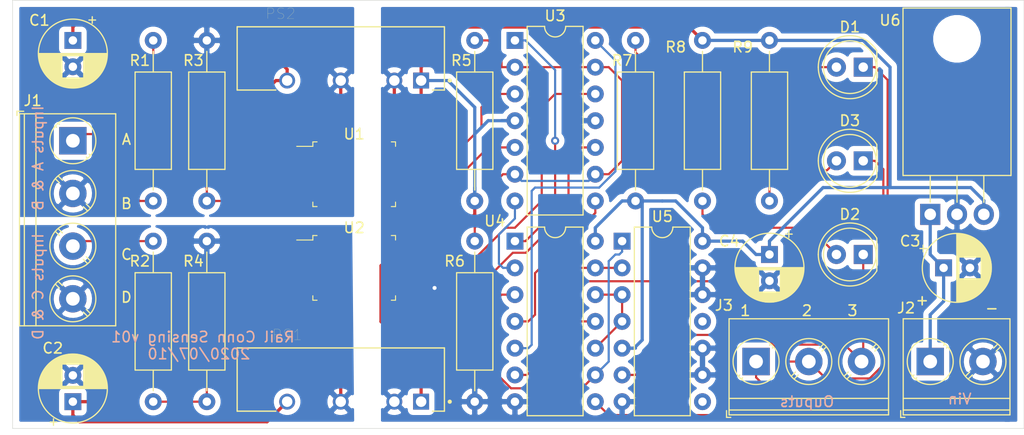
<source format=kicad_pcb>
(kicad_pcb (version 20171130) (host pcbnew "(5.1.5)-3")
  (title_block (title "Rail Connection Sensing") (date 2020-07-06) (comment 4 "Author: Riley Zito"))
  (layers (0 F.Cu signal) (31 B.Cu signal) (34 B.Paste user) (35 F.Paste user) (36 B.SilkS user) (37 F.SilkS user) (38 B.Mask user) (39 F.Mask user) (44 Edge.Cuts user))
  (net 0 "")
  (net 1 "Net-(C1-Pad1)")
  (net 2 "Net-(C1-Pad2)")
  (net 3 "Net-(C2-Pad1)")
  (net 4 "Net-(C2-Pad2)")
  (net 5 GND)
  (net 6 "Net-(C3-Pad1)")
  (net 7 +5V)
  (net 8 "Net-(D1-Pad1)")
  (net 9 "Net-(D1-Pad2)")
  (net 10 "Net-(D2-Pad1)")
  (net 11 "Net-(D2-Pad2)")
  (net 12 "Net-(D3-Pad2)")
  (net 13 "Net-(D3-Pad1)")
  (net 14 "Net-(J1-Pad1)")
  (net 15 "Net-(J1-Pad3)")
  (net 16 "Net-(R1-Pad1)")
  (net 17 "Net-(R2-Pad1)")
  (net 18 "Net-(R5-Pad2)")
  (net 19 "Net-(U1-Pad6)")
  (net 20 "Net-(U1-Pad7)")
  (net 21 "Net-(U2-Pad7)")
  (net 22 "Net-(U2-Pad6)")
  (net 23 "Net-(U3-Pad1)")
  (net 24 "Net-(U3-Pad8)")
  (net 25 "Net-(U3-Pad7)")
  (net 26 "Net-(U3-Pad14)")
  (net 27 "Net-(U4-Pad3)")
  (net 28 "Net-(U4-Pad10)")
  (net 29 "Net-(U4-Pad13)")
  (net 30 "Net-(U5-Pad11)")
  (net 31 "Net-(U5-Pad8)")
  (module Resistor_THT:R_Axial_DIN0309_L9.0mm_D3.2mm_P15.24mm_Horizontal (layer F.Cu) (at 66.04 55.88 90)
    (fp_text reference R5 (at 13.335 -1.27 180) (layer F.SilkS))
    (fp_text value 600)
    (pad 2 thru_hole oval (at 15.24 0 90) (size 1.6 1.6) (drill 0.8) (layers *.Cu *.Mask) (net 18 "Net-(R5-Pad2)"))
    (pad 1 thru_hole circle (at 0 0 90) (size 1.6 1.6) (drill 0.8) (layers *.Cu *.Mask) (net 7 +5V))
  )
  (module LED_THT:LED_D5.0mm (layer F.Cu) (at 102.87 43.18 180)
    (fp_text reference D1 (at 1.27 3.81) (layer F.SilkS))
    (fp_text value GREEN)
    (pad 1 thru_hole rect (at 0 0 180) (size 1.8 1.8) (drill 0.9) (layers *.Cu *.Mask) (net 8 "Net-(D1-Pad1)"))
    (pad 2 thru_hole circle (at 2.54 0 180) (size 1.8 1.8) (drill 0.9) (layers *.Cu *.Mask) (net 9 "Net-(D1-Pad2)"))
  )
  (module LED_THT:LED_D5.0mm (layer F.Cu) (at 102.87 60.96 180)
    (fp_text reference D2 (at 1.27 3.81) (layer F.SilkS))
    (fp_text value GREEN)
    (pad 1 thru_hole rect (at 0 0 180) (size 1.8 1.8) (drill 0.9) (layers *.Cu *.Mask) (net 10 "Net-(D2-Pad1)"))
    (pad 2 thru_hole circle (at 2.54 0 180) (size 1.8 1.8) (drill 0.9) (layers *.Cu *.Mask) (net 11 "Net-(D2-Pad2)"))
  )
  (module LED_THT:LED_D5.0mm (layer F.Cu) (at 102.87 52.07 180)
    (fp_text reference D3 (at 1.27 3.81) (layer F.SilkS))
    (fp_text value GREEN)
    (pad 2 thru_hole circle (at 2.54 0 180) (size 1.8 1.8) (drill 0.9) (layers *.Cu *.Mask) (net 12 "Net-(D3-Pad2)"))
    (pad 1 thru_hole rect (at 0 0 180) (size 1.8 1.8) (drill 0.9) (layers *.Cu *.Mask) (net 13 "Net-(D3-Pad1)"))
  )
  (module TerminalBlock_Phoenix:TerminalBlock_Phoenix_PT-1,5-4-5.0-H_1x04_P5.00mm_Horizontal (layer F.Cu) (at 27.94 50.165 270)
    (fp_text reference J1 (at -3.81 3.81 180) (layer F.SilkS))
    (fp_text value "Rail Sensing Inputs")
    (pad 1 thru_hole rect (at 0 0 270) (size 2.6 2.6) (drill 1.3) (layers *.Cu *.Mask) (net 14 "Net-(J1-Pad1)"))
    (pad 2 thru_hole circle (at 5 0 270) (size 2.6 2.6) (drill 1.3) (layers *.Cu *.Mask) (net 2 "Net-(C1-Pad2)"))
    (pad 3 thru_hole circle (at 10 0 270) (size 2.6 2.6) (drill 1.3) (layers *.Cu *.Mask) (net 15 "Net-(J1-Pad3)"))
    (pad 4 thru_hole circle (at 15 0 270) (size 2.6 2.6) (drill 1.3) (layers *.Cu *.Mask) (net 4 "Net-(C2-Pad2)"))
  )
  (module TerminalBlock_Phoenix:TerminalBlock_Phoenix_PT-1,5-2-5.0-H_1x02_P5.00mm_Horizontal (layer F.Cu) (at 109.22 71.12)
    (fp_text reference J2 (at -2.286 -5.08) (layer F.SilkS))
    (fp_text value "Vin & GND")
    (pad 1 thru_hole rect (at 0 0) (size 2.6 2.6) (drill 1.3) (layers *.Cu *.Mask) (net 6 "Net-(C3-Pad1)"))
    (pad 2 thru_hole circle (at 5 0) (size 2.6 2.6) (drill 1.3) (layers *.Cu *.Mask) (net 5 GND))
  )
  (module TerminalBlock_Phoenix:TerminalBlock_Phoenix_PT-1,5-3-5.0-H_1x03_P5.00mm_Horizontal (layer F.Cu) (at 92.71 71.12)
    (fp_text reference J3 (at -3.048 -5.334) (layer F.SilkS))
    (fp_text value Outputs)
    (pad 1 thru_hole rect (at 0 0) (size 2.6 2.6) (drill 1.3) (layers *.Cu *.Mask) (net 8 "Net-(D1-Pad1)"))
    (pad 2 thru_hole circle (at 5 0) (size 2.6 2.6) (drill 1.3) (layers *.Cu *.Mask) (net 13 "Net-(D3-Pad1)"))
    (pad 3 thru_hole circle (at 10 0) (size 2.6 2.6) (drill 1.3) (layers *.Cu *.Mask) (net 10 "Net-(D2-Pad1)"))
  )
  (module Rail_Conn_Sensing-footprints:CONV_PQMCE1-S5-S5-S (layer F.Cu) (at 53.34 74.93 180)
    (fp_text reference PS1 (at 5.08 6.35) (layer F.SilkS) (effects (font (thickness 0.015))))
    (fp_text value PQMCE1-S5-S5-S)
    (pad 6 thru_hole circle (at 5.085 0 180) (size 1.508 1.508) (drill 1) (layers *.Cu *.Mask) (net 3 "Net-(C2-Pad1)"))
    (pad 4 thru_hole circle (at 0.005 0 180) (size 1.508 1.508) (drill 1) (layers *.Cu *.Mask) (net 4 "Net-(C2-Pad2)"))
    (pad 2 thru_hole circle (at -5.075 0 180) (size 1.508 1.508) (drill 1) (layers *.Cu *.Mask) (net 5 GND))
    (pad 1 thru_hole rect (at -7.615 0 180) (size 1.508 1.508) (drill 1) (layers *.Cu *.Mask) (net 7 +5V))
  )
  (module Rail_Conn_Sensing-footprints:CONV_PQMCE1-S5-S5-S (layer F.Cu) (at 53.34 44.45 180)
    (fp_text reference PS2 (at 5.715 6.35) (layer F.SilkS) (effects (font (thickness 0.015))))
    (fp_text value PQMCE1-S5-S5-S)
    (pad 1 thru_hole rect (at -7.615 0 180) (size 1.508 1.508) (drill 1) (layers *.Cu *.Mask) (net 7 +5V))
    (pad 2 thru_hole circle (at -5.075 0 180) (size 1.508 1.508) (drill 1) (layers *.Cu *.Mask) (net 5 GND))
    (pad 4 thru_hole circle (at 0.005 0 180) (size 1.508 1.508) (drill 1) (layers *.Cu *.Mask) (net 2 "Net-(C1-Pad2)"))
    (pad 6 thru_hole circle (at 5.085 0 180) (size 1.508 1.508) (drill 1) (layers *.Cu *.Mask) (net 1 "Net-(C1-Pad1)"))
  )
  (module Resistor_THT:R_Axial_DIN0309_L9.0mm_D3.2mm_P15.24mm_Horizontal (layer F.Cu) (at 35.56 40.64 270)
    (fp_text reference R1 (at 1.905 1.27 180) (layer F.SilkS))
    (fp_text value 1000)
    (pad 2 thru_hole oval (at 15.24 0 270) (size 1.6 1.6) (drill 0.8) (layers *.Cu *.Mask) (net 14 "Net-(J1-Pad1)"))
    (pad 1 thru_hole circle (at 0 0 270) (size 1.6 1.6) (drill 0.8) (layers *.Cu *.Mask) (net 16 "Net-(R1-Pad1)"))
  )
  (module Resistor_THT:R_Axial_DIN0309_L9.0mm_D3.2mm_P15.24mm_Horizontal (layer F.Cu) (at 35.56 74.93 90)
    (fp_text reference R2 (at 13.335 -1.27 180) (layer F.SilkS))
    (fp_text value 1000)
    (pad 2 thru_hole oval (at 15.24 0 90) (size 1.6 1.6) (drill 0.8) (layers *.Cu *.Mask) (net 15 "Net-(J1-Pad3)"))
    (pad 1 thru_hole circle (at 0 0 90) (size 1.6 1.6) (drill 0.8) (layers *.Cu *.Mask) (net 17 "Net-(R2-Pad1)"))
  )
  (module Resistor_THT:R_Axial_DIN0309_L9.0mm_D3.2mm_P15.24mm_Horizontal (layer F.Cu) (at 40.64 55.88 90)
    (fp_text reference R3 (at 13.335 -1.27 180) (layer F.SilkS))
    (fp_text value 100)
    (pad 1 thru_hole circle (at 0 0 90) (size 1.6 1.6) (drill 0.8) (layers *.Cu *.Mask) (net 16 "Net-(R1-Pad1)"))
    (pad 2 thru_hole oval (at 15.24 0 90) (size 1.6 1.6) (drill 0.8) (layers *.Cu *.Mask) (net 2 "Net-(C1-Pad2)"))
  )
  (module Resistor_THT:R_Axial_DIN0309_L9.0mm_D3.2mm_P15.24mm_Horizontal (layer F.Cu) (at 40.64 74.93 90)
    (fp_text reference R4 (at 13.335 -1.27 180) (layer F.SilkS))
    (fp_text value 100)
    (pad 1 thru_hole circle (at 0 0 90) (size 1.6 1.6) (drill 0.8) (layers *.Cu *.Mask) (net 17 "Net-(R2-Pad1)"))
    (pad 2 thru_hole oval (at 15.24 0 90) (size 1.6 1.6) (drill 0.8) (layers *.Cu *.Mask) (net 4 "Net-(C2-Pad2)"))
  )
  (module Resistor_THT:R_Axial_DIN0309_L9.0mm_D3.2mm_P15.24mm_Horizontal (layer F.Cu) (at 66.04 59.69 270)
    (fp_text reference R6 (at 1.905 1.905 180) (layer F.SilkS))
    (fp_text value 400)
    (pad 1 thru_hole circle (at 0 0 270) (size 1.6 1.6) (drill 0.8) (layers *.Cu *.Mask) (net 18 "Net-(R5-Pad2)"))
    (pad 2 thru_hole oval (at 15.24 0 270) (size 1.6 1.6) (drill 0.8) (layers *.Cu *.Mask) (net 5 GND))
  )
  (module Resistor_THT:R_Axial_DIN0309_L9.0mm_D3.2mm_P15.24mm_Horizontal (layer F.Cu) (at 81.28 40.64 270)
    (fp_text reference R7 (at 1.905 1.27 180) (layer F.SilkS))
    (fp_text value 100)
    (pad 1 thru_hole circle (at 0 0 270) (size 1.6 1.6) (drill 0.8) (layers *.Cu *.Mask) (net 9 "Net-(D1-Pad2)"))
    (pad 2 thru_hole oval (at 15.24 0 270) (size 1.6 1.6) (drill 0.8) (layers *.Cu *.Mask) (net 7 +5V))
  )
  (module Resistor_THT:R_Axial_DIN0309_L9.0mm_D3.2mm_P15.24mm_Horizontal (layer F.Cu) (at 87.63 55.88 90)
    (fp_text reference R8 (at 14.605 -2.54 180) (layer F.SilkS))
    (fp_text value 100)
    (pad 2 thru_hole oval (at 15.24 0 90) (size 1.6 1.6) (drill 0.8) (layers *.Cu *.Mask) (net 7 +5V))
    (pad 1 thru_hole circle (at 0 0 90) (size 1.6 1.6) (drill 0.8) (layers *.Cu *.Mask) (net 11 "Net-(D2-Pad2)"))
  )
  (module Resistor_THT:R_Axial_DIN0309_L9.0mm_D3.2mm_P15.24mm_Horizontal (layer F.Cu) (at 93.98 55.88 90)
    (fp_text reference R9 (at 14.605 -2.54 180) (layer F.SilkS))
    (fp_text value 100)
    (pad 1 thru_hole circle (at 0 0 90) (size 1.6 1.6) (drill 0.8) (layers *.Cu *.Mask) (net 12 "Net-(D3-Pad2)"))
    (pad 2 thru_hole oval (at 15.24 0 90) (size 1.6 1.6) (drill 0.8) (layers *.Cu *.Mask) (net 7 +5V))
  )
  (module Rail_Conn_Sensing-footprints:SOIC-8_W7.6mm (layer F.Cu) (at 54.61 53.34 270)
    (fp_text reference U1 (at -3.81 0 180) (layer F.SilkS))
    (fp_text value AMC1200)
    (pad 1 smd rect (at -1.905 5.45 270) (size 0.6 1.8) (layers F.Cu F.Paste F.Mask) (net 1 "Net-(C1-Pad1)"))
    (pad 2 smd rect (at -0.635 5.45 270) (size 0.6 1.8) (layers F.Cu F.Paste F.Mask) (net 16 "Net-(R1-Pad1)"))
    (pad 3 smd rect (at 0.635 5.45 270) (size 0.6 1.8) (layers F.Cu F.Paste F.Mask) (net 2 "Net-(C1-Pad2)"))
    (pad 4 smd rect (at 1.905 5.45 270) (size 0.6 1.8) (layers F.Cu F.Paste F.Mask) (net 2 "Net-(C1-Pad2)"))
    (pad 5 smd rect (at 1.905 -5.45 270) (size 0.6 1.8) (layers F.Cu F.Paste F.Mask) (net 5 GND))
    (pad 6 smd rect (at 0.635 -5.45 270) (size 0.6 1.8) (layers F.Cu F.Paste F.Mask) (net 19 "Net-(U1-Pad6)"))
    (pad 7 smd rect (at -0.635 -5.45 270) (size 0.6 1.8) (layers F.Cu F.Paste F.Mask) (net 20 "Net-(U1-Pad7)"))
    (pad 8 smd rect (at -1.905 -5.45 270) (size 0.6 1.8) (layers F.Cu F.Paste F.Mask) (net 7 +5V))
  )
  (module Rail_Conn_Sensing-footprints:SOIC-8_W7.6mm (layer F.Cu) (at 54.61 62.23 270)
    (fp_text reference U2 (at -3.81 0 180) (layer F.SilkS))
    (fp_text value AMC1200)
    (pad 8 smd rect (at -1.905 -5.45 270) (size 0.6 1.8) (layers F.Cu F.Paste F.Mask) (net 7 +5V))
    (pad 7 smd rect (at -0.635 -5.45 270) (size 0.6 1.8) (layers F.Cu F.Paste F.Mask) (net 21 "Net-(U2-Pad7)"))
    (pad 6 smd rect (at 0.635 -5.45 270) (size 0.6 1.8) (layers F.Cu F.Paste F.Mask) (net 22 "Net-(U2-Pad6)"))
    (pad 5 smd rect (at 1.905 -5.45 270) (size 0.6 1.8) (layers F.Cu F.Paste F.Mask) (net 5 GND))
    (pad 4 smd rect (at 1.905 5.45 270) (size 0.6 1.8) (layers F.Cu F.Paste F.Mask) (net 4 "Net-(C2-Pad2)"))
    (pad 3 smd rect (at 0.635 5.45 270) (size 0.6 1.8) (layers F.Cu F.Paste F.Mask) (net 4 "Net-(C2-Pad2)"))
    (pad 2 smd rect (at -0.635 5.45 270) (size 0.6 1.8) (layers F.Cu F.Paste F.Mask) (net 17 "Net-(R2-Pad1)"))
    (pad 1 smd rect (at -1.905 5.45 270) (size 0.6 1.8) (layers F.Cu F.Paste F.Mask) (net 3 "Net-(C2-Pad1)"))
  )
  (module Package_DIP:DIP-14_W7.62mm (layer F.Cu) (at 69.85 40.64)
    (fp_text reference U3 (at 3.81 -2.33) (layer F.SilkS))
    (fp_text value MCP6004)
    (pad 1 thru_hole rect (at 0 0) (size 1.6 1.6) (drill 0.8) (layers *.Cu *.Mask) (net 23 "Net-(U3-Pad1)"))
    (pad 8 thru_hole oval (at 7.62 15.24) (size 1.6 1.6) (drill 0.8) (layers *.Cu *.Mask) (net 24 "Net-(U3-Pad8)"))
    (pad 2 thru_hole oval (at 0 2.54) (size 1.6 1.6) (drill 0.8) (layers *.Cu *.Mask) (net 18 "Net-(R5-Pad2)"))
    (pad 9 thru_hole oval (at 7.62 12.7) (size 1.6 1.6) (drill 0.8) (layers *.Cu *.Mask) (net 18 "Net-(R5-Pad2)"))
    (pad 3 thru_hole oval (at 0 5.08) (size 1.6 1.6) (drill 0.8) (layers *.Cu *.Mask) (net 20 "Net-(U1-Pad7)"))
    (pad 10 thru_hole oval (at 7.62 10.16) (size 1.6 1.6) (drill 0.8) (layers *.Cu *.Mask) (net 21 "Net-(U2-Pad7)"))
    (pad 4 thru_hole oval (at 0 7.62) (size 1.6 1.6) (drill 0.8) (layers *.Cu *.Mask) (net 7 +5V))
    (pad 11 thru_hole oval (at 7.62 7.62) (size 1.6 1.6) (drill 0.8) (layers *.Cu *.Mask) (net 5 GND))
    (pad 5 thru_hole oval (at 0 10.16) (size 1.6 1.6) (drill 0.8) (layers *.Cu *.Mask) (net 19 "Net-(U1-Pad6)"))
    (pad 12 thru_hole oval (at 7.62 5.08) (size 1.6 1.6) (drill 0.8) (layers *.Cu *.Mask) (net 22 "Net-(U2-Pad6)"))
    (pad 6 thru_hole oval (at 0 12.7) (size 1.6 1.6) (drill 0.8) (layers *.Cu *.Mask) (net 18 "Net-(R5-Pad2)"))
    (pad 13 thru_hole oval (at 7.62 2.54) (size 1.6 1.6) (drill 0.8) (layers *.Cu *.Mask) (net 18 "Net-(R5-Pad2)"))
    (pad 7 thru_hole oval (at 0 15.24) (size 1.6 1.6) (drill 0.8) (layers *.Cu *.Mask) (net 25 "Net-(U3-Pad7)"))
    (pad 14 thru_hole oval (at 7.62 0) (size 1.6 1.6) (drill 0.8) (layers *.Cu *.Mask) (net 26 "Net-(U3-Pad14)"))
  )
  (module Package_DIP:DIP-14_W7.62mm (layer F.Cu) (at 69.85 59.69)
    (fp_text reference U4 (at -1.905 -1.905) (layer F.SilkS))
    (fp_text value 74LS00)
    (pad 1 thru_hole rect (at 0 0) (size 1.6 1.6) (drill 0.8) (layers *.Cu *.Mask) (net 23 "Net-(U3-Pad1)"))
    (pad 8 thru_hole oval (at 7.62 15.24) (size 1.6 1.6) (drill 0.8) (layers *.Cu *.Mask) (net 8 "Net-(D1-Pad1)"))
    (pad 2 thru_hole oval (at 0 2.54) (size 1.6 1.6) (drill 0.8) (layers *.Cu *.Mask) (net 25 "Net-(U3-Pad7)"))
    (pad 9 thru_hole oval (at 7.62 12.7) (size 1.6 1.6) (drill 0.8) (layers *.Cu *.Mask) (net 27 "Net-(U4-Pad3)"))
    (pad 3 thru_hole oval (at 0 5.08) (size 1.6 1.6) (drill 0.8) (layers *.Cu *.Mask) (net 27 "Net-(U4-Pad3)"))
    (pad 10 thru_hole oval (at 7.62 10.16) (size 1.6 1.6) (drill 0.8) (layers *.Cu *.Mask) (net 28 "Net-(U4-Pad10)"))
    (pad 4 thru_hole oval (at 0 7.62) (size 1.6 1.6) (drill 0.8) (layers *.Cu *.Mask) (net 24 "Net-(U3-Pad8)"))
    (pad 11 thru_hole oval (at 7.62 7.62) (size 1.6 1.6) (drill 0.8) (layers *.Cu *.Mask) (net 10 "Net-(D2-Pad1)"))
    (pad 5 thru_hole oval (at 0 10.16) (size 1.6 1.6) (drill 0.8) (layers *.Cu *.Mask) (net 26 "Net-(U3-Pad14)"))
    (pad 12 thru_hole oval (at 7.62 5.08) (size 1.6 1.6) (drill 0.8) (layers *.Cu *.Mask) (net 28 "Net-(U4-Pad10)"))
    (pad 6 thru_hole oval (at 0 12.7) (size 1.6 1.6) (drill 0.8) (layers *.Cu *.Mask) (net 29 "Net-(U4-Pad13)"))
    (pad 13 thru_hole oval (at 7.62 2.54) (size 1.6 1.6) (drill 0.8) (layers *.Cu *.Mask) (net 29 "Net-(U4-Pad13)"))
    (pad 7 thru_hole oval (at 0 15.24) (size 1.6 1.6) (drill 0.8) (layers *.Cu *.Mask) (net 5 GND))
    (pad 14 thru_hole oval (at 7.62 0) (size 1.6 1.6) (drill 0.8) (layers *.Cu *.Mask) (net 7 +5V))
  )
  (module Package_DIP:DIP-14_W7.62mm (layer F.Cu) (at 80.01 59.69)
    (fp_text reference U5 (at 3.81 -2.33) (layer F.SilkS))
    (fp_text value 74LS86)
    (pad 14 thru_hole oval (at 7.62 0) (size 1.6 1.6) (drill 0.8) (layers *.Cu *.Mask) (net 7 +5V))
    (pad 7 thru_hole oval (at 0 15.24) (size 1.6 1.6) (drill 0.8) (layers *.Cu *.Mask) (net 5 GND))
    (pad 13 thru_hole oval (at 7.62 2.54) (size 1.6 1.6) (drill 0.8) (layers *.Cu *.Mask) (net 5 GND))
    (pad 6 thru_hole oval (at 0 12.7) (size 1.6 1.6) (drill 0.8) (layers *.Cu *.Mask) (net 13 "Net-(D3-Pad1)"))
    (pad 12 thru_hole oval (at 7.62 5.08) (size 1.6 1.6) (drill 0.8) (layers *.Cu *.Mask) (net 5 GND))
    (pad 5 thru_hole oval (at 0 10.16) (size 1.6 1.6) (drill 0.8) (layers *.Cu *.Mask) (net 7 +5V))
    (pad 11 thru_hole oval (at 7.62 7.62) (size 1.6 1.6) (drill 0.8) (layers *.Cu *.Mask) (net 30 "Net-(U5-Pad11)"))
    (pad 4 thru_hole oval (at 0 7.62) (size 1.6 1.6) (drill 0.8) (layers *.Cu *.Mask) (net 28 "Net-(U4-Pad10)"))
    (pad 10 thru_hole oval (at 7.62 10.16) (size 1.6 1.6) (drill 0.8) (layers *.Cu *.Mask) (net 5 GND))
    (pad 3 thru_hole oval (at 0 5.08) (size 1.6 1.6) (drill 0.8) (layers *.Cu *.Mask) (net 28 "Net-(U4-Pad10)"))
    (pad 9 thru_hole oval (at 7.62 12.7) (size 1.6 1.6) (drill 0.8) (layers *.Cu *.Mask) (net 5 GND))
    (pad 2 thru_hole oval (at 0 2.54) (size 1.6 1.6) (drill 0.8) (layers *.Cu *.Mask) (net 29 "Net-(U4-Pad13)"))
    (pad 8 thru_hole oval (at 7.62 15.24) (size 1.6 1.6) (drill 0.8) (layers *.Cu *.Mask) (net 31 "Net-(U5-Pad8)"))
    (pad 1 thru_hole rect (at 0 0) (size 1.6 1.6) (drill 0.8) (layers *.Cu *.Mask) (net 27 "Net-(U4-Pad3)"))
  )
  (module Package_TO_SOT_THT:TO-220-3_Horizontal_TabDown (layer F.Cu) (at 109.22 57.15)
    (fp_text reference U6 (at -3.81 -18.415) (layer F.SilkS))
    (fp_text value L7805)
    (pad "" np_thru_hole oval (at 2.54 -16.66) (size 3.5 3.5) (drill 3.5) (layers *.Cu *.Mask))
    (pad 1 thru_hole rect (at 0 0) (size 1.905 2) (drill 1.1) (layers *.Cu *.Mask) (net 6 "Net-(C3-Pad1)"))
    (pad 2 thru_hole oval (at 2.54 0) (size 1.905 2) (drill 1.1) (layers *.Cu *.Mask) (net 5 GND))
    (pad 3 thru_hole oval (at 5.08 0) (size 1.905 2) (drill 1.1) (layers *.Cu *.Mask) (net 7 +5V))
  )
  (module Capacitor_THT:CP_Radial_D6.3mm_P2.50mm (layer F.Cu) (at 27.94 40.64 270)
    (fp_text reference C1 (at -1.905 3.175 180) (layer F.SilkS))
    (fp_text value 10uF)
    (pad 1 thru_hole rect (at 0 0 270) (size 1.6 1.6) (drill 0.8) (layers *.Cu *.Mask) (net 1 "Net-(C1-Pad1)"))
    (pad 2 thru_hole circle (at 2.5 0 270) (size 1.6 1.6) (drill 0.8) (layers *.Cu *.Mask) (net 2 "Net-(C1-Pad2)"))
  )
  (module Capacitor_THT:CP_Radial_D6.3mm_P2.50mm (layer F.Cu) (at 27.94 74.93 90)
    (fp_text reference C2 (at 5.08 -1.905 180) (layer F.SilkS))
    (fp_text value 10uF)
    (pad 1 thru_hole rect (at 0 0 90) (size 1.6 1.6) (drill 0.8) (layers *.Cu *.Mask) (net 3 "Net-(C2-Pad1)"))
    (pad 2 thru_hole circle (at 2.5 0 90) (size 1.6 1.6) (drill 0.8) (layers *.Cu *.Mask) (net 4 "Net-(C2-Pad2)"))
  )
  (module Capacitor_THT:CP_Radial_D6.3mm_P2.50mm (layer F.Cu) (at 110.49 62.23)
    (fp_text reference C3 (at -3.175 -2.54) (layer F.SilkS))
    (fp_text value 10uF)
    (pad 2 thru_hole circle (at 2.5 0) (size 1.6 1.6) (drill 0.8) (layers *.Cu *.Mask) (net 5 GND))
    (pad 1 thru_hole rect (at 0 0) (size 1.6 1.6) (drill 0.8) (layers *.Cu *.Mask) (net 6 "Net-(C3-Pad1)"))
  )
  (module Capacitor_THT:CP_Radial_D6.3mm_P2.50mm (layer F.Cu) (at 93.98 60.96 270)
    (fp_text reference C4 (at -1.27 3.81 180) (layer F.SilkS))
    (fp_text value 10uF)
    (pad 2 thru_hole circle (at 2.5 0 270) (size 1.6 1.6) (drill 0.8) (layers *.Cu *.Mask) (net 5 GND))
    (pad 1 thru_hole rect (at 0 0 270) (size 1.6 1.6) (drill 0.8) (layers *.Cu *.Mask) (net 7 +5V))
  )
  (gr_text D (at 33.02 65.024) (layer F.SilkS) (effects (font (size 1 1))))
  (gr_text C (at 33.02 60.96) (layer F.SilkS) (effects (font (size 1 1))))
  (gr_text B (at 33.02 56.134) (layer F.SilkS) (effects (font (size 1 1))))
  (gr_text A (at 33.02 50.038) (layer F.SilkS) (effects (font (size 1 1))))
  (gr_text 3 (at 101.854 66.294) (layer F.SilkS) (effects (font (size 1 1))))
  (gr_text 2 (at 97.536 66.294) (layer F.SilkS) (effects (font (size 1 1))))
  (gr_text 1 (at 91.694 66.294) (layer F.SilkS) (effects (font (size 1 1))))
  (gr_text Ouputs (at 97.536 74.93) (layer B.SilkS) (effects (font (size 1 1)) (justify mirror)))
  (gr_text + (at 108.458 65.278) (layer F.SilkS) (effects (font (size 1 1))))
  (gr_text - (at 115.062 66.04) (layer F.SilkS) (effects (font (size 1 1))))
  (gr_text Vin (at 112.014 74.676) (layer B.SilkS) (effects (font (size 1 1)) (justify mirror)))
  (gr_text "Inputs C & D" (at 24.638 64.008 90) (layer B.SilkS) (effects (font (size 1 1)) (justify mirror)))
  (gr_text "Inputs A & B" (at 24.638 51.816 90) (layer B.SilkS) (effects (font (size 1 1)) (justify mirror)))
  (gr_text "Rail Conn Sensing v01 \n2020/07/10" (at 39.878 69.596) (layer B.SilkS) (effects (font (size 1 1)) (justify mirror)))
  (gr_line (start 118.11 36.83) (end 22.225 36.83) (layer Edge.Cuts) (width 0.05))
  (gr_line (start 22.225 77.47) (end 118.11 77.47) (layer Edge.Cuts) (width 0.05))
  (gr_line (start 22.225 36.83) (end 22.225 77.47) (layer Edge.Cuts) (width 0.05))
  (gr_line (start 118.11 77.47) (end 118.11 36.83) (layer Edge.Cuts) (width 0.05))
  (segment (start 47.188683 44.45) (end 45.72 45.918683) (width 0.3048) (layer F.Cu) (net 1))
  (segment (start 48.255 44.45) (end 47.188683 44.45) (width 0.3048) (layer F.Cu) (net 1))
  (segment (start 45.72 45.918683) (end 45.72 50.8) (width 0.3048) (layer F.Cu) (net 1))
  (segment (start 46.355 51.435) (end 49.16 51.435) (width 0.3048) (layer F.Cu) (net 1))
  (segment (start 45.72 50.8) (end 46.355 51.435) (width 0.3048) (layer F.Cu) (net 1))
  (segment (start 27.94 39.37) (end 27.94 40.64) (width 0.3048) (layer F.Cu) (net 1))
  (segment (start 43.606317 38.735) (end 28.575 38.735) (width 0.3048) (layer F.Cu) (net 1))
  (segment (start 48.255 44.45) (end 48.255 43.383683) (width 0.3048) (layer F.Cu) (net 1))
  (segment (start 28.575 38.735) (end 27.94 39.37) (width 0.3048) (layer F.Cu) (net 1))
  (segment (start 48.255 43.383683) (end 43.606317 38.735) (width 0.3048) (layer F.Cu) (net 1))
  (segment (start 49.16 55.245) (end 49.16 53.975) (width 0.3048) (layer F.Cu) (net 2))
  (segment (start 50.3648 53.975) (end 52.07 52.2698) (width 0.3048) (layer F.Cu) (net 2))
  (segment (start 49.16 53.975) (end 50.3648 53.975) (width 0.3048) (layer F.Cu) (net 2))
  (segment (start 52.07 52.2698) (end 52.07 47.625) (width 0.3048) (layer F.Cu) (net 2))
  (segment (start 53.335 46.36) (end 53.335 44.45) (width 0.3048) (layer F.Cu) (net 2))
  (segment (start 52.07 47.625) (end 53.335 46.36) (width 0.3048) (layer F.Cu) (net 2))
  (segment (start 47.9552 60.325) (end 35.8902 72.39) (width 0.3048) (layer F.Cu) (net 3))
  (segment (start 49.16 60.325) (end 47.9552 60.325) (width 0.3048) (layer F.Cu) (net 3))
  (segment (start 35.8902 72.39) (end 33.02 72.39) (width 0.3048) (layer F.Cu) (net 3))
  (segment (start 30.48 74.93) (end 27.94 74.93) (width 0.3048) (layer F.Cu) (net 3))
  (segment (start 33.02 72.39) (end 30.48 74.93) (width 0.3048) (layer F.Cu) (net 3))
  (segment (start 27.94 74.93) (end 27.94 75.565) (width 0.3048) (layer F.Cu) (net 3))
  (segment (start 27.94 74.93) (end 27.94 76.2) (width 0.3048) (layer F.Cu) (net 3))
  (segment (start 27.94 76.2) (end 28.575 76.835) (width 0.3048) (layer F.Cu) (net 3))
  (segment (start 46.35 76.835) (end 48.255 74.93) (width 0.3048) (layer F.Cu) (net 3))
  (segment (start 28.575 76.835) (end 46.35 76.835) (width 0.3048) (layer F.Cu) (net 3))
  (segment (start 53.335 67.1052) (end 50.3648 64.135) (width 0.3048) (layer F.Cu) (net 4))
  (segment (start 50.3648 64.135) (end 49.16 64.135) (width 0.3048) (layer F.Cu) (net 4))
  (segment (start 53.335 74.93) (end 53.335 67.1052) (width 0.3048) (layer F.Cu) (net 4))
  (segment (start 49.16 64.135) (end 49.16 62.865) (width 0.3048) (layer F.Cu) (net 4))
  (via (at 62.23 64.135) (size 0.762) (drill 0.381) (layers F.Cu B.Cu) (net 5))
  (segment (start 62.23 64.135) (end 60.06 64.135) (width 0.3048) (layer F.Cu) (net 5))
  (segment (start 58.8552 55.245) (end 60.06 55.245) (width 0.3048) (layer F.Cu) (net 5))
  (segment (start 58.415 54.8048) (end 58.8552 55.245) (width 0.3048) (layer F.Cu) (net 5))
  (segment (start 58.415 44.45) (end 58.415 54.8048) (width 0.3048) (layer F.Cu) (net 5))
  (segment (start 110.49 62.23) (end 109.22 60.96) (width 0.3048) (layer B.Cu) (net 6))
  (segment (start 109.22 60.96) (end 109.22 57.15) (width 0.3048) (layer B.Cu) (net 6))
  (segment (start 110.49 62.23) (end 110.49 65.405) (width 0.3048) (layer B.Cu) (net 6))
  (segment (start 109.22 66.675) (end 109.22 71.12) (width 0.3048) (layer B.Cu) (net 6))
  (segment (start 110.49 65.405) (end 109.22 66.675) (width 0.3048) (layer B.Cu) (net 6))
  (segment (start 60.955 44.45) (end 60.955 48.255) (width 0.3048) (layer F.Cu) (net 7))
  (segment (start 60.06 49.15) (end 60.06 51.435) (width 0.3048) (layer F.Cu) (net 7))
  (segment (start 60.955 48.255) (end 60.06 49.15) (width 0.3048) (layer F.Cu) (net 7))
  (segment (start 60.955 74.93) (end 60.955 71.125) (width 0.3048) (layer F.Cu) (net 7))
  (segment (start 60.955 71.125) (end 57.15 67.32) (width 0.3048) (layer F.Cu) (net 7))
  (segment (start 57.15 67.32) (end 57.15 67.31) (width 0.3048) (layer F.Cu) (net 7))
  (segment (start 58.8552 60.325) (end 60.06 60.325) (width 0.3048) (layer F.Cu) (net 7))
  (segment (start 57.15 62.0302) (end 58.8552 60.325) (width 0.3048) (layer F.Cu) (net 7))
  (segment (start 57.15 67.32) (end 57.15 62.0302) (width 0.3048) (layer F.Cu) (net 7))
  (segment (start 66.04 55.88) (end 66.04 54.61) (width 0.3048) (layer B.Cu) (net 7))
  (segment (start 62.865 60.325) (end 60.06 60.325) (width 0.3048) (layer F.Cu) (net 7))
  (segment (start 66.04 57.15) (end 62.865 60.325) (width 0.3048) (layer F.Cu) (net 7))
  (segment (start 66.04 55.88) (end 66.04 57.15) (width 0.3048) (layer F.Cu) (net 7))
  (segment (start 69.85 48.26) (end 68.58 48.26) (width 0.3048) (layer B.Cu) (net 7))
  (segment (start 67.31 48.26) (end 69.85 48.26) (width 0.3048) (layer B.Cu) (net 7))
  (segment (start 66.04 55.88) (end 66.04 49.53) (width 0.3048) (layer B.Cu) (net 7))
  (segment (start 66.04 49.53) (end 67.31 48.26) (width 0.3048) (layer B.Cu) (net 7))
  (segment (start 77.47 59.69) (end 77.47 58.42) (width 0.3048) (layer B.Cu) (net 7))
  (segment (start 77.47 58.42) (end 80.01 55.88) (width 0.3048) (layer B.Cu) (net 7))
  (segment (start 80.01 55.88) (end 81.28 55.88) (width 0.3048) (layer B.Cu) (net 7))
  (segment (start 87.63 58.42) (end 87.63 59.69) (width 0.3048) (layer B.Cu) (net 7))
  (segment (start 85.09 55.88) (end 87.63 58.42) (width 0.3048) (layer B.Cu) (net 7))
  (segment (start 87.63 40.64) (end 93.98 40.64) (width 0.3048) (layer B.Cu) (net 7))
  (segment (start 83.82 55.88) (end 85.09 55.88) (width 0.3048) (layer B.Cu) (net 7))
  (segment (start 87.63 59.69) (end 91.44 59.69) (width 0.3048) (layer B.Cu) (net 7))
  (segment (start 92.71 60.96) (end 93.98 60.96) (width 0.3048) (layer B.Cu) (net 7))
  (segment (start 91.44 59.69) (end 92.71 60.96) (width 0.3048) (layer B.Cu) (net 7))
  (segment (start 81.28 69.85) (end 80.01 69.85) (width 0.3048) (layer B.Cu) (net 7))
  (segment (start 93.98 60.96) (end 93.98 59.69) (width 0.3048) (layer B.Cu) (net 7))
  (segment (start 93.98 59.69) (end 99.06 54.61) (width 0.3048) (layer B.Cu) (net 7))
  (segment (start 114.3 55.8452) (end 114.3 57.15) (width 0.3048) (layer B.Cu) (net 7))
  (segment (start 113.0648 54.61) (end 114.3 55.8452) (width 0.3048) (layer B.Cu) (net 7))
  (segment (start 105.41 54.61) (end 113.0648 54.61) (width 0.3048) (layer B.Cu) (net 7))
  (segment (start 99.06 54.61) (end 105.41 54.61) (width 0.3048) (layer B.Cu) (net 7))
  (segment (start 66.04 49.53) (end 66.04 46.99) (width 0.3048) (layer B.Cu) (net 7))
  (segment (start 63.5 44.45) (end 60.955 44.45) (width 0.3048) (layer B.Cu) (net 7))
  (segment (start 66.04 46.99) (end 63.5 44.45) (width 0.3048) (layer B.Cu) (net 7))
  (segment (start 60.955 43.185) (end 60.955 44.45) (width 0.3048) (layer F.Cu) (net 7))
  (segment (start 87.63 40.64) (end 86.36 39.37) (width 0.3048) (layer F.Cu) (net 7))
  (segment (start 64.77 39.37) (end 60.955 43.185) (width 0.3048) (layer F.Cu) (net 7))
  (segment (start 86.36 39.37) (end 64.77 39.37) (width 0.3048) (layer F.Cu) (net 7))
  (segment (start 93.98 40.64) (end 102.87 40.64) (width 0.3048) (layer B.Cu) (net 7))
  (segment (start 102.87 40.64) (end 105.41 43.18) (width 0.3048) (layer B.Cu) (net 7))
  (segment (start 105.41 43.18) (end 105.41 54.61) (width 0.3048) (layer B.Cu) (net 7))
  (segment (start 81.915 69.07637) (end 81.915 55.88) (width 0.3048) (layer B.Cu) (net 7))
  (segment (start 81.14137 69.85) (end 81.915 69.07637) (width 0.3048) (layer B.Cu) (net 7))
  (segment (start 80.01 69.85) (end 81.14137 69.85) (width 0.3048) (layer B.Cu) (net 7))
  (segment (start 81.28 55.88) (end 81.915 55.88) (width 0.3048) (layer B.Cu) (net 7))
  (segment (start 81.915 55.88) (end 83.82 55.88) (width 0.3048) (layer B.Cu) (net 7))
  (segment (start 105.181409 44.388209) (end 105.181409 71.983591) (width 0.2032) (layer F.Cu) (net 8))
  (segment (start 102.87 43.18) (end 103.9732 43.18) (width 0.2032) (layer F.Cu) (net 8))
  (segment (start 103.9732 43.18) (end 105.181409 44.388209) (width 0.2032) (layer F.Cu) (net 8))
  (segment (start 92.71 72.6232) (end 92.71 71.12) (width 0.2032) (layer F.Cu) (net 8))
  (segment (start 93.218011 73.131211) (end 92.71 72.6232) (width 0.2032) (layer F.Cu) (net 8))
  (segment (start 105.181409 71.983591) (end 104.033789 73.131211) (width 0.2032) (layer F.Cu) (net 8))
  (segment (start 94.508789 73.131211) (end 94.508789 75.671211) (width 0.2032) (layer F.Cu) (net 8))
  (segment (start 94.508789 73.131211) (end 93.218011 73.131211) (width 0.2032) (layer F.Cu) (net 8))
  (segment (start 104.033789 73.131211) (end 94.508789 73.131211) (width 0.2032) (layer F.Cu) (net 8))
  (segment (start 94.508789 75.671211) (end 93.98 76.2) (width 0.2032) (layer F.Cu) (net 8))
  (segment (start 78.74 76.2) (end 77.47 74.93) (width 0.2032) (layer F.Cu) (net 8))
  (segment (start 93.98 76.2) (end 78.74 76.2) (width 0.2032) (layer F.Cu) (net 8))
  (segment (start 81.28 40.64) (end 81.28 41.77137) (width 0.2032) (layer F.Cu) (net 9))
  (segment (start 81.28 41.77137) (end 82.05363 42.545) (width 0.2032) (layer F.Cu) (net 9))
  (segment (start 82.05363 42.545) (end 97.155 42.545) (width 0.2032) (layer F.Cu) (net 9))
  (segment (start 97.79 43.18) (end 100.33 43.18) (width 0.2032) (layer F.Cu) (net 9))
  (segment (start 97.155 42.545) (end 97.79 43.18) (width 0.2032) (layer F.Cu) (net 9))
  (segment (start 102.87 60.96) (end 102.87 61.595) (width 0.2032) (layer B.Cu) (net 10))
  (segment (start 102.87 70.96) (end 102.71 71.12) (width 0.2032) (layer F.Cu) (net 10))
  (segment (start 102.87 60.96) (end 102.87 70.96) (width 0.2032) (layer F.Cu) (net 10))
  (segment (start 101.105199 69.515199) (end 96.185199 69.515199) (width 0.2032) (layer F.Cu) (net 10))
  (segment (start 102.71 71.12) (end 101.105199 69.515199) (width 0.2032) (layer F.Cu) (net 10))
  (segment (start 96.185199 69.515199) (end 90.17 63.5) (width 0.2032) (layer F.Cu) (net 10))
  (segment (start 90.17 63.5) (end 76.2 63.5) (width 0.2032) (layer F.Cu) (net 10))
  (segment (start 76.2 63.5) (end 74.93 64.77) (width 0.2032) (layer F.Cu) (net 10))
  (segment (start 74.93 64.77) (end 74.93 66.675) (width 0.2032) (layer F.Cu) (net 10))
  (segment (start 75.565 67.31) (end 77.47 67.31) (width 0.2032) (layer F.Cu) (net 10))
  (segment (start 74.93 66.675) (end 75.565 67.31) (width 0.2032) (layer F.Cu) (net 10))
  (segment (start 88.9 58.42) (end 87.63 57.15) (width 0.2032) (layer F.Cu) (net 11))
  (segment (start 87.63 57.15) (end 87.63 55.88) (width 0.2032) (layer F.Cu) (net 11))
  (segment (start 100.33 60.96) (end 97.79 58.42) (width 0.2032) (layer F.Cu) (net 11))
  (segment (start 97.79 58.42) (end 88.9 58.42) (width 0.2032) (layer F.Cu) (net 11))
  (segment (start 99.430001 52.969999) (end 94.985001 52.969999) (width 0.2032) (layer F.Cu) (net 12))
  (segment (start 100.33 52.07) (end 99.430001 52.969999) (width 0.2032) (layer F.Cu) (net 12))
  (segment (start 93.98 53.975) (end 93.98 55.88) (width 0.2032) (layer F.Cu) (net 12))
  (segment (start 94.985001 52.969999) (end 93.98 53.975) (width 0.2032) (layer F.Cu) (net 12))
  (segment (start 103.9732 52.07) (end 104.775 52.8718) (width 0.2032) (layer F.Cu) (net 13))
  (segment (start 102.87 52.07) (end 103.9732 52.07) (width 0.2032) (layer F.Cu) (net 13))
  (segment (start 104.775 71.430106) (end 103.480305 72.724801) (width 0.2032) (layer F.Cu) (net 13))
  (segment (start 99.314801 72.724801) (end 97.71 71.12) (width 0.2032) (layer F.Cu) (net 13))
  (segment (start 103.480305 72.724801) (end 99.314801 72.724801) (width 0.2032) (layer F.Cu) (net 13))
  (segment (start 104.775 52.8718) (end 104.775 71.430106) (width 0.2032) (layer F.Cu) (net 13))
  (segment (start 95.871523 71.12) (end 93.345 68.593477) (width 0.2032) (layer F.Cu) (net 13))
  (segment (start 97.71 71.12) (end 95.871523 71.12) (width 0.2032) (layer F.Cu) (net 13))
  (segment (start 93.345 68.593477) (end 85.076523 68.593477) (width 0.2032) (layer F.Cu) (net 13))
  (segment (start 81.28 72.39) (end 80.01 72.39) (width 0.2032) (layer F.Cu) (net 13))
  (segment (start 85.076523 68.593477) (end 81.28 72.39) (width 0.2032) (layer F.Cu) (net 13))
  (segment (start 29.21 49.53) (end 27.94 49.53) (width 0.2032) (layer F.Cu) (net 14))
  (segment (start 31.75 50.8) (end 31.75 53.34) (width 0.2032) (layer F.Cu) (net 14))
  (segment (start 34.29 55.88) (end 35.56 55.88) (width 0.2032) (layer F.Cu) (net 14))
  (segment (start 31.75 53.34) (end 34.29 55.88) (width 0.2032) (layer F.Cu) (net 14))
  (segment (start 27.94 49.53) (end 30.48 49.53) (width 0.2032) (layer F.Cu) (net 14))
  (segment (start 30.48 49.53) (end 31.75 50.8) (width 0.2032) (layer F.Cu) (net 14))
  (segment (start 28.1 59.69) (end 27.94 59.53) (width 0.2032) (layer F.Cu) (net 15))
  (segment (start 35.56 59.69) (end 28.1 59.69) (width 0.2032) (layer F.Cu) (net 15))
  (segment (start 49.16 52.705) (end 46.355 52.705) (width 0.2032) (layer F.Cu) (net 16))
  (segment (start 43.18 55.88) (end 40.64 55.88) (width 0.2032) (layer F.Cu) (net 16))
  (segment (start 46.355 52.705) (end 43.18 55.88) (width 0.2032) (layer F.Cu) (net 16))
  (segment (start 40.64 55.88) (end 40.64 54.61) (width 0.2032) (layer F.Cu) (net 16))
  (segment (start 35.56 49.53) (end 35.56 40.64) (width 0.2032) (layer F.Cu) (net 16))
  (segment (start 40.64 54.61) (end 35.56 49.53) (width 0.2032) (layer F.Cu) (net 16))
  (segment (start 40.64 74.93) (end 35.56 74.93) (width 0.2032) (layer F.Cu) (net 17))
  (segment (start 48.0568 61.595) (end 49.16 61.595) (width 0.2032) (layer F.Cu) (net 17))
  (segment (start 40.64 69.0118) (end 48.0568 61.595) (width 0.2032) (layer F.Cu) (net 17))
  (segment (start 40.64 74.93) (end 40.64 69.0118) (width 0.2032) (layer F.Cu) (net 17))
  (segment (start 77.47 43.18) (end 69.85 43.18) (width 0.2032) (layer F.Cu) (net 18))
  (segment (start 69.85 43.18) (end 68.58 43.18) (width 0.2032) (layer F.Cu) (net 18))
  (segment (start 68.58 43.18) (end 68.58 41.91) (width 0.2032) (layer F.Cu) (net 18))
  (segment (start 67.31 40.64) (end 66.04 40.64) (width 0.2032) (layer F.Cu) (net 18))
  (segment (start 68.58 41.91) (end 67.31 40.64) (width 0.2032) (layer F.Cu) (net 18))
  (segment (start 78.74 53.34) (end 77.47 53.34) (width 0.2032) (layer F.Cu) (net 18))
  (segment (start 80.01 44.45) (end 80.01 52.07) (width 0.2032) (layer F.Cu) (net 18))
  (segment (start 77.47 43.18) (end 78.74 43.18) (width 0.2032) (layer F.Cu) (net 18))
  (segment (start 80.01 52.07) (end 78.74 53.34) (width 0.2032) (layer F.Cu) (net 18))
  (segment (start 78.74 43.18) (end 80.01 44.45) (width 0.2032) (layer F.Cu) (net 18))
  (segment (start 66.675 57.785) (end 66.04 58.42) (width 0.2032) (layer F.Cu) (net 18))
  (segment (start 69.85 53.34) (end 68.71863 53.34) (width 0.2032) (layer F.Cu) (net 18))
  (segment (start 66.04 58.42) (end 66.04 59.69) (width 0.2032) (layer F.Cu) (net 18))
  (segment (start 67.31 57.785) (end 66.675 57.785) (width 0.2032) (layer F.Cu) (net 18))
  (segment (start 67.945 57.15) (end 67.31 57.785) (width 0.2032) (layer F.Cu) (net 18))
  (segment (start 67.945 57.15) (end 67.945 53.975) (width 0.2032) (layer F.Cu) (net 18))
  (segment (start 68.08363 53.975) (end 68.71863 53.34) (width 0.2032) (layer F.Cu) (net 18))
  (segment (start 67.945 53.975) (end 68.08363 53.975) (width 0.2032) (layer F.Cu) (net 18))
  (segment (start 76.835 53.975) (end 77.47 53.34) (width 0.2032) (layer B.Cu) (net 18))
  (segment (start 69.85 53.34) (end 70.485 53.975) (width 0.2032) (layer B.Cu) (net 18))
  (segment (start 70.485 53.975) (end 76.835 53.975) (width 0.2032) (layer B.Cu) (net 18))
  (segment (start 60.06 53.975) (end 64.135 53.975) (width 0.2032) (layer F.Cu) (net 19))
  (segment (start 67.31 50.8) (end 69.85 50.8) (width 0.2032) (layer F.Cu) (net 19))
  (segment (start 64.135 53.975) (end 67.31 50.8) (width 0.2032) (layer F.Cu) (net 19))
  (segment (start 62.865 52.705) (end 66.675 48.895) (width 0.2032) (layer F.Cu) (net 20))
  (segment (start 60.06 52.705) (end 62.865 52.705) (width 0.2032) (layer F.Cu) (net 20))
  (segment (start 66.675 48.895) (end 66.675 46.99) (width 0.2032) (layer F.Cu) (net 20))
  (segment (start 67.945 45.72) (end 69.85 45.72) (width 0.2032) (layer F.Cu) (net 20))
  (segment (start 66.675 46.99) (end 67.945 45.72) (width 0.2032) (layer F.Cu) (net 20))
  (segment (start 58.9568 61.595) (end 58.42 62.1318) (width 0.2032) (layer F.Cu) (net 21))
  (segment (start 60.06 61.595) (end 58.9568 61.595) (width 0.2032) (layer F.Cu) (net 21))
  (segment (start 58.42 64.426522) (end 58.834879 64.841401) (width 0.2032) (layer F.Cu) (net 21))
  (segment (start 58.42 62.1318) (end 58.42 64.426522) (width 0.2032) (layer F.Cu) (net 21))
  (segment (start 74.93 52.07) (end 76.2 50.8) (width 0.2032) (layer F.Cu) (net 21))
  (segment (start 74.93 56.758642) (end 74.93 52.07) (width 0.2032) (layer F.Cu) (net 21))
  (segment (start 60.033478 66.04) (end 64.404894 66.04) (width 0.2032) (layer F.Cu) (net 21))
  (segment (start 76.2 50.8) (end 77.47 50.8) (width 0.2032) (layer F.Cu) (net 21))
  (segment (start 58.42 64.426522) (end 60.033478 66.04) (width 0.2032) (layer F.Cu) (net 21))
  (segment (start 64.404894 66.04) (end 69.650093 60.794801) (width 0.2032) (layer F.Cu) (net 21))
  (segment (start 69.650093 60.794801) (end 70.893841 60.794801) (width 0.2032) (layer F.Cu) (net 21))
  (segment (start 70.893841 60.794801) (end 74.93 56.758642) (width 0.2032) (layer F.Cu) (net 21))
  (segment (start 64.526358 62.865) (end 60.06 62.865) (width 0.2032) (layer F.Cu) (net 22))
  (segment (start 77.47 45.72) (end 73.66 45.72) (width 0.2032) (layer F.Cu) (net 22))
  (segment (start 72.39 55.88) (end 69.85 58.42) (width 0.2032) (layer F.Cu) (net 22))
  (segment (start 68.971358 58.42) (end 64.526358 62.865) (width 0.2032) (layer F.Cu) (net 22))
  (segment (start 72.39 46.99) (end 72.39 55.88) (width 0.2032) (layer F.Cu) (net 22))
  (segment (start 73.66 45.72) (end 72.39 46.99) (width 0.2032) (layer F.Cu) (net 22))
  (segment (start 69.85 58.42) (end 68.971358 58.42) (width 0.2032) (layer F.Cu) (net 22))
  (via (at 73.66 50.165) (size 0.762) (drill 0.381) (layers F.Cu B.Cu) (net 23))
  (segment (start 70.8532 59.69) (end 69.85 59.69) (width 0.2032) (layer F.Cu) (net 23))
  (segment (start 73.66 56.8832) (end 70.8532 59.69) (width 0.2032) (layer F.Cu) (net 23))
  (segment (start 73.66 50.165) (end 73.66 56.8832) (width 0.2032) (layer F.Cu) (net 23))
  (segment (start 70.8532 40.64) (end 69.85 40.64) (width 0.2032) (layer B.Cu) (net 23))
  (segment (start 73.66 43.4468) (end 70.8532 40.64) (width 0.2032) (layer B.Cu) (net 23))
  (segment (start 73.66 50.165) (end 73.66 43.4468) (width 0.2032) (layer B.Cu) (net 23))
  (segment (start 71.755 66.675) (end 71.12 67.31) (width 0.2032) (layer F.Cu) (net 24))
  (segment (start 71.755 62.72637) (end 71.755 66.675) (width 0.2032) (layer F.Cu) (net 24))
  (segment (start 77.47 55.88) (end 77.47 57.01137) (width 0.2032) (layer F.Cu) (net 24))
  (segment (start 71.12 67.31) (end 69.85 67.31) (width 0.2032) (layer F.Cu) (net 24))
  (segment (start 77.47 57.01137) (end 71.755 62.72637) (width 0.2032) (layer F.Cu) (net 24))
  (segment (start 69.85 62.23) (end 68.71863 62.23) (width 0.2032) (layer B.Cu) (net 25))
  (segment (start 69.85 57.541358) (end 69.85 55.88) (width 0.2032) (layer B.Cu) (net 25))
  (segment (start 68.331815 59.059543) (end 68.458179 58.933179) (width 0.2032) (layer B.Cu) (net 25))
  (segment (start 68.331815 61.843185) (end 68.331815 59.059543) (width 0.2032) (layer B.Cu) (net 25))
  (segment (start 68.71863 62.23) (end 68.331815 61.843185) (width 0.2032) (layer B.Cu) (net 25))
  (segment (start 68.458179 58.933179) (end 69.85 57.541358) (width 0.2032) (layer B.Cu) (net 25))
  (segment (start 79.375 42.545) (end 77.47 40.64) (width 0.2032) (layer B.Cu) (net 26))
  (segment (start 79.375 53.070106) (end 79.375 42.545) (width 0.2032) (layer B.Cu) (net 26))
  (segment (start 77.835106 54.61) (end 79.375 53.070106) (width 0.2032) (layer B.Cu) (net 26))
  (segment (start 71.12 69.85) (end 71.4375 69.5325) (width 0.2032) (layer B.Cu) (net 26))
  (segment (start 71.4375 69.5325) (end 71.4375 54.9275) (width 0.2032) (layer B.Cu) (net 26))
  (segment (start 71.4375 54.9275) (end 71.755 54.61) (width 0.2032) (layer B.Cu) (net 26))
  (segment (start 69.85 69.85) (end 71.12 69.85) (width 0.2032) (layer B.Cu) (net 26))
  (segment (start 71.755 54.61) (end 77.835106 54.61) (width 0.2032) (layer B.Cu) (net 26))
  (segment (start 77.47 72.39) (end 76.2 73.66) (width 0.2032) (layer F.Cu) (net 27))
  (segment (start 69.484894 73.66) (end 67.31 71.485106) (width 0.2032) (layer F.Cu) (net 27))
  (segment (start 76.2 73.66) (end 69.484894 73.66) (width 0.2032) (layer F.Cu) (net 27))
  (segment (start 67.31 71.485106) (end 67.31 66.04) (width 0.2032) (layer F.Cu) (net 27))
  (segment (start 68.58 64.77) (end 69.85 64.77) (width 0.2032) (layer F.Cu) (net 27))
  (segment (start 67.31 66.04) (end 68.58 64.77) (width 0.2032) (layer F.Cu) (net 27))
  (segment (start 80.01 60.6932) (end 79.7432 60.96) (width 0.2032) (layer B.Cu) (net 27))
  (segment (start 80.01 59.69) (end 80.01 60.6932) (width 0.2032) (layer B.Cu) (net 27))
  (segment (start 79.7432 60.96) (end 79.375 60.96) (width 0.2032) (layer B.Cu) (net 27))
  (segment (start 79.375 60.96) (end 78.74 61.595) (width 0.2032) (layer B.Cu) (net 27))
  (segment (start 78.74 71.12) (end 77.47 72.39) (width 0.2032) (layer B.Cu) (net 27))
  (segment (start 78.74 61.595) (end 78.74 71.12) (width 0.2032) (layer B.Cu) (net 27))
  (segment (start 77.47 64.77) (end 80.01 64.77) (width 0.2032) (layer F.Cu) (net 28))
  (segment (start 80.01 64.77) (end 80.01 67.31) (width 0.2032) (layer F.Cu) (net 28))
  (segment (start 80.01 67.31) (end 77.47 69.85) (width 0.2032) (layer F.Cu) (net 28))
  (segment (start 70.98137 72.39) (end 72.88637 70.485) (width 0.2032) (layer F.Cu) (net 29))
  (segment (start 69.85 72.39) (end 70.98137 72.39) (width 0.2032) (layer F.Cu) (net 29))
  (segment (start 72.88637 70.485) (end 72.88637 64.27363) (width 0.2032) (layer F.Cu) (net 29))
  (segment (start 74.93 62.23) (end 77.47 62.23) (width 0.2032) (layer F.Cu) (net 29))
  (segment (start 72.88637 64.27363) (end 74.93 62.23) (width 0.2032) (layer F.Cu) (net 29))
  (segment (start 77.47 62.23) (end 80.01 62.23) (width 0.2032) (layer F.Cu) (net 29))
  (zone (net 2) (net_name "Net-(C1-Pad2)") (layer B.Cu) (connect_pads (clearance 0.508)) (min_thickness 0.254) (fill yes (arc_segments 32) (thermal_gap 0.508) (thermal_bridge_width 0.508))
    (polygon (pts (xy 54.61 57.404) (xy 22.86 57.404) (xy 22.86 37.465) (xy 54.61 37.465)))
  )
  (zone (net 4) (net_name "Net-(C2-Pad2)") (layer B.Cu) (connect_pads (clearance 0.508)) (min_thickness 0.254) (fill yes (arc_segments 32) (thermal_gap 0.508) (thermal_bridge_width 0.508))
    (polygon (pts (xy 54.61 76.835) (xy 22.86 76.835) (xy 22.86 58.166) (xy 54.4195 58.166)))
  )
  (zone (net 5) (net_name GND) (layer B.Cu) (connect_pads (clearance 0.508)) (min_thickness 0.254) (fill yes (arc_segments 32) (thermal_gap 0.508) (thermal_bridge_width 0.508))
    (polygon (pts (xy 116.84 76.835) (xy 57.15 76.835) (xy 57.15 37.465) (xy 116.84 37.465)))
  )
  (zone (net 5) (net_name GND) (layer B.Cu) (connect_pads (clearance 0.508)) (min_thickness 0.254) (fill yes (arc_segments 32) (thermal_gap 0.508) (thermal_bridge_width 0.508))
    (polygon (pts (xy 117.475 76.835) (xy 116.205 76.835) (xy 116.205 37.465) (xy 117.475 37.465)))
  )
)
</source>
